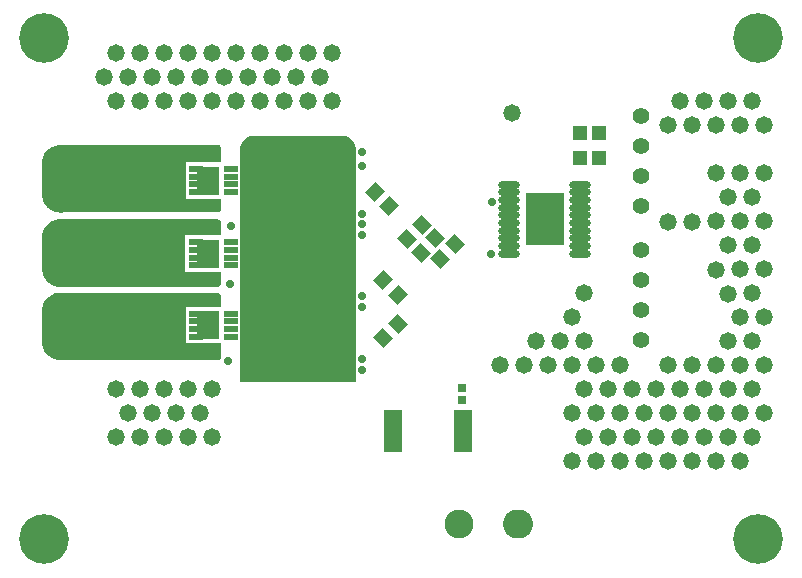
<source format=gbs>
G04*
G04 #@! TF.GenerationSoftware,Altium Limited,Altium Designer,20.0.12 (288)*
G04*
G04 Layer_Color=16711935*
%FSLAX25Y25*%
%MOIN*%
G70*
G01*
G75*
%ADD16R,0.04698X0.02395*%
%ADD17R,0.07591X0.09599*%
%ADD18C,0.05524*%
%ADD19C,0.16548*%
%ADD20O,0.10052X0.09658*%
%ADD21C,0.09658*%
%ADD22C,0.12611*%
%ADD23C,0.05800*%
%ADD24C,0.02800*%
%ADD41R,0.12611X0.17335*%
%ADD42O,0.07296X0.02572*%
%ADD43R,0.04737X0.04737*%
%ADD44R,0.02800X0.02800*%
%ADD45R,0.05918X0.14186*%
G04:AMPARAMS|DCode=46|XSize=47.37mil|YSize=43.43mil|CornerRadius=0mil|HoleSize=0mil|Usage=FLASHONLY|Rotation=135.000|XOffset=0mil|YOffset=0mil|HoleType=Round|Shape=Rectangle|*
%AMROTATEDRECTD46*
4,1,4,0.03210,-0.00139,0.00139,-0.03210,-0.03210,0.00139,-0.00139,0.03210,0.03210,-0.00139,0.0*
%
%ADD46ROTATEDRECTD46*%

G04:AMPARAMS|DCode=47|XSize=47.37mil|YSize=43.43mil|CornerRadius=0mil|HoleSize=0mil|Usage=FLASHONLY|Rotation=45.000|XOffset=0mil|YOffset=0mil|HoleType=Round|Shape=Rectangle|*
%AMROTATEDRECTD47*
4,1,4,-0.00139,-0.03210,-0.03210,-0.00139,0.00139,0.03210,0.03210,0.00139,-0.00139,-0.03210,0.0*
%
%ADD47ROTATEDRECTD47*%

G36*
X202567Y297348D02*
X202848Y297066D01*
X203000Y296699D01*
Y296500D01*
X203000Y296500D01*
X203000D01*
Y291765D01*
X191343D01*
Y279500D01*
X203000D01*
Y275801D01*
X202848Y275433D01*
X202567Y275152D01*
X202199Y275000D01*
X149500D01*
X148909Y275000D01*
X147750Y275231D01*
X146658Y275683D01*
X145675Y276339D01*
X144840Y277175D01*
X144183Y278158D01*
X143731Y279250D01*
X143500Y280409D01*
X143500Y281000D01*
X143500Y281000D01*
Y292091D01*
X143731Y293250D01*
X144183Y294342D01*
X144840Y295325D01*
X145675Y296160D01*
X146658Y296817D01*
X147750Y297269D01*
X148909Y297500D01*
X149500Y297500D01*
X149500Y297500D01*
X202199D01*
X202567Y297348D01*
D02*
G37*
G36*
X202444Y272627D02*
X202725Y272345D01*
X202878Y271978D01*
Y271779D01*
X202878Y271779D01*
X202878D01*
Y267500D01*
X191125D01*
Y255000D01*
X202878D01*
Y251080D01*
X202725Y250712D01*
X202444Y250431D01*
X202077Y250279D01*
X149378D01*
X148787Y250279D01*
X147627Y250510D01*
X146536Y250962D01*
X145553Y251618D01*
X144717Y252454D01*
X144061Y253437D01*
X143608Y254529D01*
X143378Y255688D01*
X143378Y256279D01*
X143378Y256279D01*
Y267370D01*
X143608Y268529D01*
X144061Y269621D01*
X144717Y270603D01*
X145553Y271439D01*
X146535Y272096D01*
X147627Y272548D01*
X148786Y272779D01*
X149377Y272779D01*
X149378Y272779D01*
X202077D01*
X202444Y272627D01*
D02*
G37*
G36*
Y248127D02*
X202725Y247845D01*
X202878Y247478D01*
Y247279D01*
X202878Y247279D01*
X202878D01*
Y243500D01*
X191206D01*
Y231427D01*
X202878Y231341D01*
X202878Y226580D01*
X202725Y226213D01*
X202444Y225931D01*
X202077Y225779D01*
X149378D01*
X148787Y225779D01*
X147627Y226009D01*
X146536Y226462D01*
X145553Y227118D01*
X144717Y227954D01*
X144061Y228937D01*
X143608Y230029D01*
X143378Y231188D01*
X143378Y231779D01*
X143378Y231779D01*
Y242870D01*
X143608Y244029D01*
X144060Y245121D01*
X144717Y246104D01*
X145553Y246939D01*
X146535Y247596D01*
X147627Y248048D01*
X148786Y248279D01*
X149377Y248279D01*
X149378Y248279D01*
X202077D01*
X202444Y248127D01*
D02*
G37*
G36*
X244813Y300327D02*
X245632Y299988D01*
X246369Y299495D01*
X246995Y298869D01*
X247488Y298131D01*
X247827Y297313D01*
X248000Y296443D01*
Y296000D01*
X248000Y296000D01*
X248000D01*
Y218500D01*
X209500D01*
Y296000D01*
Y296443D01*
X209673Y297313D01*
X210012Y298131D01*
X210505Y298869D01*
X211131Y299495D01*
X211868Y299988D01*
X212687Y300327D01*
X213557Y300500D01*
X243943D01*
X244813Y300327D01*
D02*
G37*
D16*
X206500Y262500D02*
D03*
Y265098D02*
D03*
Y259902D02*
D03*
Y257303D02*
D03*
X194748Y262500D02*
D03*
Y265098D02*
D03*
Y259902D02*
D03*
Y257303D02*
D03*
Y233488D02*
D03*
Y236087D02*
D03*
Y241283D02*
D03*
Y238685D02*
D03*
X206500Y233488D02*
D03*
Y236087D02*
D03*
Y241283D02*
D03*
Y238685D02*
D03*
X194748Y281705D02*
D03*
Y284303D02*
D03*
Y289500D02*
D03*
Y286902D02*
D03*
X206500Y281705D02*
D03*
Y284303D02*
D03*
Y289500D02*
D03*
Y286902D02*
D03*
D17*
X198655Y261201D02*
D03*
Y237386D02*
D03*
Y285602D02*
D03*
D18*
X343000Y242500D02*
D03*
Y232500D02*
D03*
Y252500D02*
D03*
Y262500D02*
D03*
Y287000D02*
D03*
Y277000D02*
D03*
Y297000D02*
D03*
Y307000D02*
D03*
D19*
X382000Y166000D02*
D03*
Y333000D02*
D03*
X144000D02*
D03*
Y166000D02*
D03*
D20*
X302185Y171000D02*
D03*
D21*
X282500D02*
D03*
D22*
X149705Y281185D02*
D03*
Y261500D02*
D03*
Y241815D02*
D03*
D23*
X376000Y256000D02*
D03*
X372000Y200000D02*
D03*
X352000Y208000D02*
D03*
X380000Y200000D02*
D03*
X384000Y272000D02*
D03*
X324000Y216000D02*
D03*
X360000Y224000D02*
D03*
X316000Y232000D02*
D03*
X312000Y224000D02*
D03*
X376000Y304000D02*
D03*
X384000Y224000D02*
D03*
X380000Y280000D02*
D03*
X376000Y272000D02*
D03*
X356000Y200000D02*
D03*
X332000D02*
D03*
X344000Y192000D02*
D03*
X372000Y264000D02*
D03*
X344000Y208000D02*
D03*
X308000Y232000D02*
D03*
X320000Y240000D02*
D03*
X356000Y312000D02*
D03*
X296000Y224000D02*
D03*
X372000Y216000D02*
D03*
X360000Y208000D02*
D03*
X368000Y224000D02*
D03*
X348000Y200000D02*
D03*
X324000D02*
D03*
X340000Y216000D02*
D03*
X376000Y224000D02*
D03*
X380000Y216000D02*
D03*
X352000Y224000D02*
D03*
X364000Y216000D02*
D03*
X320000Y224000D02*
D03*
X364000Y312000D02*
D03*
X368000Y288000D02*
D03*
X324000Y232000D02*
D03*
X372000D02*
D03*
Y280000D02*
D03*
X384000Y288000D02*
D03*
X348000Y216000D02*
D03*
X336000Y208000D02*
D03*
X384000Y304000D02*
D03*
Y240000D02*
D03*
X336000Y224000D02*
D03*
X328000D02*
D03*
X380000Y232000D02*
D03*
X376000Y192000D02*
D03*
X368040Y255832D02*
D03*
X360000Y192000D02*
D03*
X380000Y312000D02*
D03*
X328000Y192000D02*
D03*
X304000Y224000D02*
D03*
X352040Y271832D02*
D03*
X380000Y264000D02*
D03*
X376000Y208000D02*
D03*
X364000Y200000D02*
D03*
X324000Y248000D02*
D03*
X384000Y256000D02*
D03*
X360000Y304000D02*
D03*
X320000Y192000D02*
D03*
X368000Y304000D02*
D03*
Y192000D02*
D03*
X372000Y312000D02*
D03*
X376000Y288000D02*
D03*
X352000Y192000D02*
D03*
X368000Y272000D02*
D03*
X340000Y200000D02*
D03*
X328000Y208000D02*
D03*
X372040Y247832D02*
D03*
X376000Y240000D02*
D03*
X356000Y216000D02*
D03*
X360040Y271832D02*
D03*
X336000Y192000D02*
D03*
X332000Y216000D02*
D03*
X384000Y208000D02*
D03*
X380000Y248000D02*
D03*
X352000Y304000D02*
D03*
X320000Y208000D02*
D03*
X368000D02*
D03*
X240000Y328000D02*
D03*
Y312000D02*
D03*
X232000Y328000D02*
D03*
X236000Y320000D02*
D03*
X232000Y312000D02*
D03*
X224000Y328000D02*
D03*
X228000Y320000D02*
D03*
X224000Y312000D02*
D03*
X216000Y328000D02*
D03*
X220000Y320000D02*
D03*
X216000Y312000D02*
D03*
X208000Y328000D02*
D03*
X212000Y320000D02*
D03*
X208000Y312000D02*
D03*
X200000Y328000D02*
D03*
X204000Y320000D02*
D03*
X200000Y312000D02*
D03*
X192000Y328000D02*
D03*
X196000Y320000D02*
D03*
X192000Y312000D02*
D03*
X184000Y328000D02*
D03*
X188000Y320000D02*
D03*
X184000Y312000D02*
D03*
X176000Y328000D02*
D03*
X180000Y320000D02*
D03*
X176000Y312000D02*
D03*
X168000Y328000D02*
D03*
X172000Y320000D02*
D03*
X168000Y312000D02*
D03*
X164000Y320000D02*
D03*
X200000Y216000D02*
D03*
Y200000D02*
D03*
X192000Y216000D02*
D03*
X196000Y208000D02*
D03*
X192000Y200000D02*
D03*
X184000Y216000D02*
D03*
X188000Y208000D02*
D03*
X184000Y200000D02*
D03*
X176000Y216000D02*
D03*
X180000Y208000D02*
D03*
X176000Y200000D02*
D03*
X168000Y216000D02*
D03*
X172000Y208000D02*
D03*
X168000Y200000D02*
D03*
X300000Y308000D02*
D03*
D24*
X206500Y270500D02*
D03*
X205500Y225500D02*
D03*
X250000Y226000D02*
D03*
Y222500D02*
D03*
X206000Y251000D02*
D03*
X250000Y247000D02*
D03*
X293000Y261000D02*
D03*
X293389Y278598D02*
D03*
X250000Y290500D02*
D03*
Y243500D02*
D03*
Y271000D02*
D03*
Y267500D02*
D03*
Y274500D02*
D03*
Y295000D02*
D03*
D41*
X310899Y272719D02*
D03*
D42*
X298989Y261203D02*
D03*
Y263762D02*
D03*
Y266321D02*
D03*
Y268880D02*
D03*
Y271439D02*
D03*
Y273998D02*
D03*
Y276557D02*
D03*
Y279117D02*
D03*
Y281676D02*
D03*
Y284235D02*
D03*
X322808Y261203D02*
D03*
Y263762D02*
D03*
Y266321D02*
D03*
Y268880D02*
D03*
Y271439D02*
D03*
Y273998D02*
D03*
Y276557D02*
D03*
Y279117D02*
D03*
Y281676D02*
D03*
Y284235D02*
D03*
D43*
X322850Y301500D02*
D03*
X329150D02*
D03*
X322850Y293000D02*
D03*
X329150D02*
D03*
D44*
X283500Y212500D02*
D03*
Y216437D02*
D03*
D45*
X260386Y202000D02*
D03*
X283614D02*
D03*
D46*
X257134Y233134D02*
D03*
X261866Y237866D02*
D03*
X276134Y259634D02*
D03*
X280866Y264366D02*
D03*
X269634Y261634D02*
D03*
X274366Y266366D02*
D03*
X265134Y266134D02*
D03*
X269866Y270866D02*
D03*
D47*
X257134Y252366D02*
D03*
X261866Y247634D02*
D03*
X254267Y281733D02*
D03*
X259000Y277000D02*
D03*
M02*

</source>
